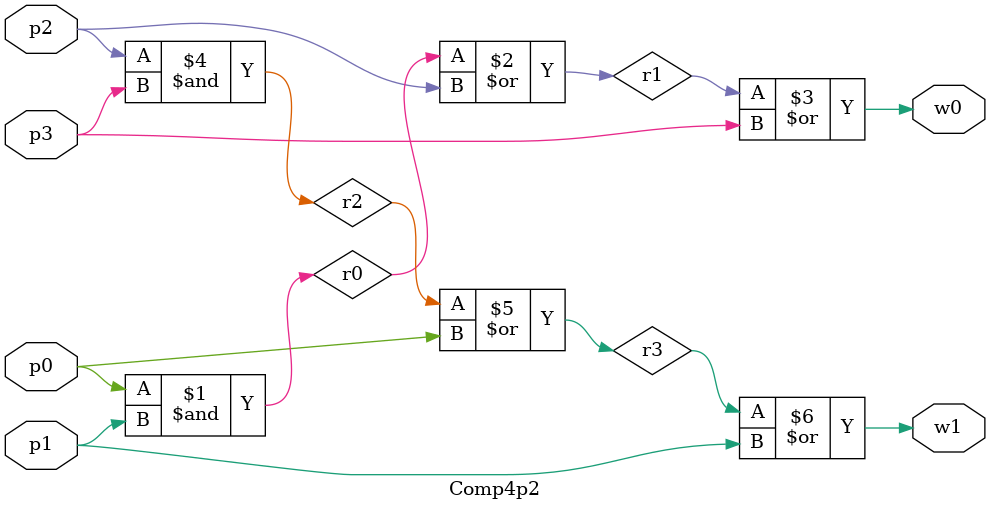
<source format=v>


module Comp4p2(w0, w1, p0, p1, p2, p3); //{p0p1+p2+p3, p2p3+p0+p1}

input p0, p1, p2, p3;
output w0, w1;
wire r0, r1, r2, r3;

and and_1(r0, p0, p1);
or or_1(r1, r0, p2);
or or_2(w0, r1, p3);

and and_2(r2, p2, p3);
or or_3(r3, r2, p0);
or or_4(w1, r3, p1);

endmodule

</source>
